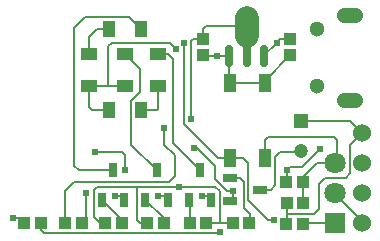
<source format=gtl>
G04 Layer: TopLayer*
G04 EasyEDA v6.2.35, 2019-08-16T20:57:05+08:00*
G04 ac69921650c84e06b2cbf5d8b71e85d1,46bf6a40d4384fdb86bc8fc37bf60e4c,10*
G04 Gerber Generator version 0.2*
G04 Scale: 100 percent, Rotated: No, Reflected: No *
G04 Dimensions in millimeters *
G04 leading zeros omitted , absolute positions ,3 integer and 3 decimal *
%FSLAX33Y33*%
%MOMM*%
G90*
G71D02*

%ADD11C,0.200000*%
%ADD12C,1.999996*%
%ADD13C,0.699999*%
%ADD14C,0.609600*%
%ADD15R,1.250010X0.699999*%
%ADD16R,0.699999X1.250010*%
%ADD17R,1.099998X0.999998*%
%ADD18R,0.999998X1.099998*%
%ADD19R,0.999998X1.400048*%
%ADD20R,1.400048X0.999998*%
%ADD21R,1.099998X1.499997*%
%ADD22C,1.524000*%
%ADD23R,1.799996X1.799996*%
%ADD24C,1.799996*%
%ADD26C,1.199998*%
%ADD27C,1.299997*%

%LPD*%
G54D11*
G01X19685Y6781D02*
G01X19635Y6731D01*
G01X18669Y6731D01*
G01X15748Y9652D01*
G01X15748Y16510D01*
G01X25847Y4699D02*
G01X25781Y4765D01*
G01X25781Y5080D01*
G01X27051Y6350D01*
G01X28575Y6350D01*
G01X5737Y1270D02*
G01X5737Y3959D01*
G01X6477Y4699D01*
G01X14478Y4699D01*
G01X14986Y5207D01*
G01X14986Y6985D01*
G01X14097Y7874D01*
G01X14097Y9271D01*
G01X30861Y8890D02*
G01X29845Y7874D01*
G01X29845Y5461D01*
G01X29464Y5080D01*
G01X27686Y5080D01*
G01X27178Y4572D01*
G01X27178Y2413D01*
G01X26784Y2019D01*
G01X24483Y2019D01*
G01X12143Y10795D02*
G01X13462Y10795D01*
G01X13589Y10922D01*
G01X13589Y12875D01*
G01X10795Y12873D02*
G01X7747Y12873D01*
G01X7747Y12873D02*
G01X7747Y11049D01*
G01X7874Y10922D01*
G01X8001Y10795D01*
G01X9444Y10795D01*
G01X7747Y15574D02*
G01X7747Y17018D01*
G01X8001Y17272D01*
G01X8382Y17653D01*
G01X9444Y17653D01*
G01X21082Y17866D02*
G01X21041Y17907D01*
G01X17653Y17907D01*
G01X17399Y17653D01*
G01X17399Y16827D01*
G01X24765Y16828D02*
G01X23940Y16828D01*
G01X23622Y16510D01*
G01X23622Y16510D02*
G01X22479Y15367D01*
G01X22583Y15367D01*
G01X17145Y5694D02*
G01X14859Y7980D01*
G01X14859Y15113D01*
G01X14397Y15574D01*
G01X13589Y15574D01*
G01X13462Y5694D02*
G01X11303Y7853D01*
G01X11303Y9017D01*
G01X11303Y11557D01*
G01X12065Y12319D01*
G01X12065Y14304D01*
G01X10795Y15574D01*
G01X12143Y17653D02*
G01X11127Y18669D01*
G01X7366Y18669D01*
G01X6477Y17780D01*
G01X6477Y6096D01*
G01X6878Y5694D01*
G01X9779Y5694D01*
G01X8829Y3195D02*
G01X10517Y1507D01*
G01X10517Y1270D01*
G01X12512Y3195D02*
G01X14073Y1634D01*
G01X14073Y1270D01*
G01X16195Y3195D02*
G01X16280Y3110D01*
G01X16280Y1270D01*
G01X19912Y1270D02*
G01X17679Y1270D01*
G01X9116Y1270D02*
G01X8636Y1270D01*
G01X8128Y1778D01*
G01X8128Y4064D01*
G01X8382Y4318D01*
G01X14351Y4318D01*
G01X14351Y4318D02*
G01X18415Y4318D01*
G01X18785Y3944D01*
G01X18785Y1270D01*
G01X18094Y3195D02*
G01X17734Y3556D01*
G01X17272Y3556D01*
G01X14411Y3195D02*
G01X14051Y3556D01*
G01X13589Y3556D01*
G01X10728Y3195D02*
G01X10368Y3556D01*
G01X9906Y3556D01*
G01X19705Y3114D02*
G01X19939Y3347D01*
G01X19939Y3937D01*
G01X19685Y6781D02*
G01X20777Y6781D01*
G01X21209Y6350D01*
G01X21209Y3175D01*
G01X22860Y1524D01*
G01X23368Y1524D01*
G01X11630Y4318D02*
G01X11811Y4318D01*
G01X11811Y1524D01*
G01X12065Y1270D01*
G01X12672Y1270D01*
G01X25884Y2921D02*
G01X25846Y2959D01*
G01X25846Y4699D01*
G01X24445Y1143D02*
G01X24484Y1181D01*
G01X24484Y2921D01*
G01X24445Y4699D02*
G01X24511Y4764D01*
G01X24511Y5715D01*
G01X25846Y1143D02*
G01X25973Y1270D01*
G01X28575Y1270D01*
G01X25654Y7366D02*
G01X25527Y7239D01*
G01X23876Y7239D01*
G01X23495Y6858D01*
G01X23495Y4445D01*
G01X23114Y4064D01*
G01X22204Y4064D01*
G01X19665Y13081D02*
G01X19580Y13166D01*
G01X19580Y15367D01*
G01X19665Y13081D02*
G01X22606Y13081D01*
G01X28575Y6350D02*
G01X28702Y6477D01*
G01X28702Y8255D01*
G01X28448Y8509D01*
G01X22860Y8509D01*
G01X22606Y8255D01*
G01X22606Y6781D01*
G01X30861Y1270D02*
G01X30988Y1270D01*
G01X28575Y3683D01*
G01X28575Y3810D01*
G01X30861Y8890D02*
G01X29845Y9906D01*
G01X25654Y9906D01*
G01X24511Y5715D02*
G01X24765Y5969D01*
G01X25781Y5969D01*
G01X27305Y7493D01*
G01X21312Y1270D02*
G01X21336Y1293D01*
G01X21336Y2032D01*
G01X20828Y2540D01*
G01X20828Y3175D01*
G01X20828Y4699D01*
G01X20513Y5013D01*
G01X19705Y5013D01*
G01X24765Y15428D02*
G01X22606Y13269D01*
G01X22606Y13081D01*
G01X17399Y15428D02*
G01X17460Y15367D01*
G01X18542Y15367D01*
G01X18542Y15367D02*
G01X19580Y15367D01*
G01X2259Y1270D02*
G01X2259Y1651D01*
G01X1270Y1651D01*
G01X17399Y16827D02*
G01X16573Y16827D01*
G01X16383Y16637D01*
G01X16383Y10033D01*
G01X18796Y508D02*
G01X18669Y381D01*
G01X3937Y381D01*
G01X3659Y658D01*
G01X3659Y1270D01*
G01X7138Y1270D02*
G01X7493Y1624D01*
G01X7493Y3810D01*
G01X8255Y7239D02*
G01X10541Y7239D01*
G01X10795Y6985D01*
G01X10795Y5715D01*
G01X19939Y3937D02*
G01X19431Y3937D01*
G01X18415Y4953D01*
G01X18415Y6096D01*
G01X16891Y7620D01*
G01X16637Y7620D01*
G01X15113Y16002D02*
G01X14605Y16510D01*
G01X14478Y16510D01*
G01X9652Y16510D01*
G01X9368Y16226D01*
G01X9368Y12873D01*
G54D12*
G01X21082Y17116D02*
G01X21082Y18616D01*
G54D13*
G01X21082Y14766D02*
G01X21082Y16166D01*
G01X22583Y14767D02*
G01X22583Y15966D01*
G01X19580Y14767D02*
G01X19580Y15966D01*
G54D15*
G01X22204Y4064D03*
G01X19705Y3114D03*
G01X19705Y5013D03*
G54D16*
G01X17145Y5694D03*
G01X18094Y3195D03*
G01X16195Y3195D03*
G54D17*
G01X24765Y15428D03*
G01X24765Y16828D03*
G54D18*
G01X19912Y1270D03*
G01X21312Y1270D03*
G01X17679Y1270D03*
G01X16280Y1270D03*
G01X24484Y2921D03*
G01X25884Y2921D03*
G01X24445Y1143D03*
G01X25846Y1143D03*
G54D17*
G01X17399Y15428D03*
G01X17399Y16828D03*
G54D18*
G01X24445Y4699D03*
G01X25846Y4699D03*
G01X9117Y1270D03*
G01X10517Y1270D03*
G54D16*
G01X9779Y5694D03*
G01X10728Y3195D03*
G01X8829Y3195D03*
G54D18*
G01X12673Y1270D03*
G01X14073Y1270D03*
G54D16*
G01X13462Y5694D03*
G01X14411Y3195D03*
G01X12512Y3195D03*
G54D19*
G01X9444Y17653D03*
G01X12145Y17653D03*
G54D20*
G01X7747Y12873D03*
G01X7747Y15574D03*
G54D19*
G01X9444Y10795D03*
G01X12145Y10795D03*
G54D20*
G01X13589Y12873D03*
G01X13589Y15574D03*
G01X10795Y12873D03*
G01X10795Y15574D03*
G54D18*
G01X2259Y1270D03*
G01X3659Y1270D03*
G01X7138Y1270D03*
G01X5739Y1270D03*
G54D21*
G01X22606Y13081D03*
G01X22606Y6781D03*
G01X19665Y13081D03*
G01X19685Y6781D03*
G54D22*
G01X30861Y8890D03*
G01X30861Y6350D03*
G01X30861Y3810D03*
G01X30861Y1270D03*
G54D23*
G01X28575Y1270D03*
G54D24*
G01X28575Y3810D03*
G01X28575Y6350D03*
G36*
G01X26253Y10505D02*
G01X26253Y9306D01*
G01X25054Y9306D01*
G01X25054Y10505D01*
G01X26253Y10505D01*
G37*
G54D26*
G01X25654Y7366D03*
G54D27*
G01X27076Y17650D03*
G01X27076Y12809D03*
G54D14*
G01X17272Y3556D03*
G01X13589Y3556D03*
G01X9906Y3556D03*
G01X19939Y3937D03*
G01X24511Y5715D03*
G01X15748Y16510D03*
G01X23368Y1524D03*
G01X18542Y15367D03*
G01X21209Y18669D03*
G01X23622Y16510D03*
G01X1270Y1651D03*
G01X15367Y4318D03*
G01X16383Y10033D03*
G01X14097Y9271D03*
G01X18796Y508D03*
G01X7493Y3810D03*
G01X8255Y7239D03*
G01X10795Y5715D03*
G01X16637Y7620D03*
G01X27305Y7493D03*
G01X15113Y16002D03*
G54D27*
G01X29326Y11620D02*
G01X30226Y11620D01*
G01X29326Y18859D02*
G01X30226Y18859D01*
M00*
M02*

</source>
